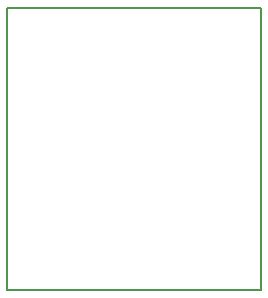
<source format=gbr>
G04 #@! TF.GenerationSoftware,KiCad,Pcbnew,5.0.1-33cea8e~68~ubuntu18.04.1*
G04 #@! TF.CreationDate,2018-11-05T15:54:46+01:00*
G04 #@! TF.ProjectId,Pulse_Arc_Welder_logic,50756C73655F4172635F57656C646572,rev?*
G04 #@! TF.SameCoordinates,Original*
G04 #@! TF.FileFunction,Profile,NP*
%FSLAX46Y46*%
G04 Gerber Fmt 4.6, Leading zero omitted, Abs format (unit mm)*
G04 Created by KiCad (PCBNEW 5.0.1-33cea8e~68~ubuntu18.04.1) date Mo 05 Nov 2018 15:54:46 CET*
%MOMM*%
%LPD*%
G01*
G04 APERTURE LIST*
%ADD10C,0.150000*%
G04 APERTURE END LIST*
D10*
X113000000Y-95400000D02*
X113000000Y-71500000D01*
X91500000Y-95400000D02*
X113000000Y-95400000D01*
X91500000Y-71500000D02*
X91500000Y-95400000D01*
X113000000Y-71500000D02*
X91500000Y-71500000D01*
M02*

</source>
